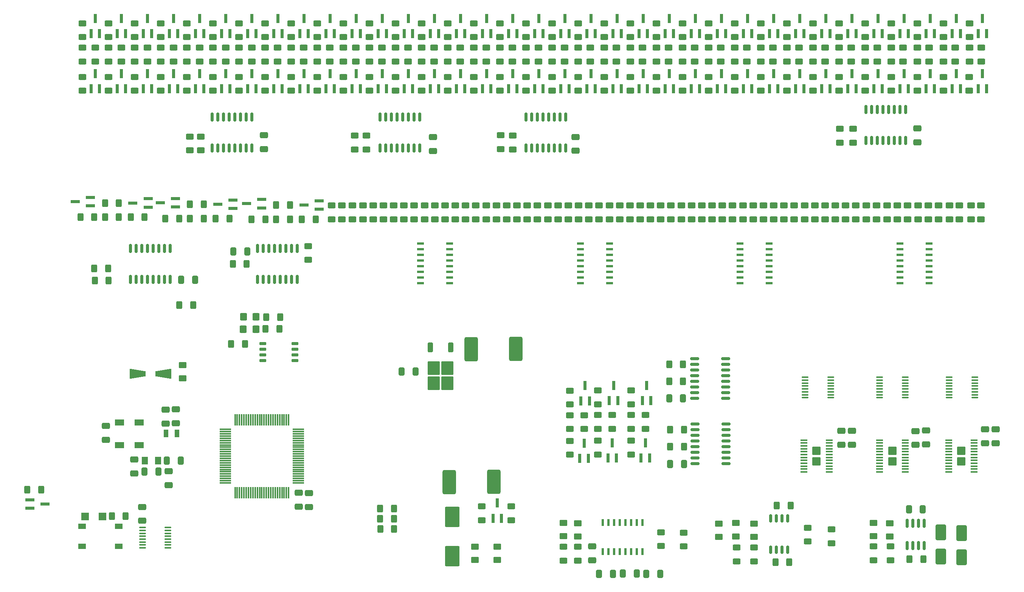
<source format=gbr>
%TF.GenerationSoftware,KiCad,Pcbnew,(7.0.0)*%
%TF.CreationDate,2024-10-14T13:46:46+03:30*%
%TF.ProjectId,tester,74657374-6572-42e6-9b69-6361645f7063,rev?*%
%TF.SameCoordinates,Original*%
%TF.FileFunction,Paste,Top*%
%TF.FilePolarity,Positive*%
%FSLAX46Y46*%
G04 Gerber Fmt 4.6, Leading zero omitted, Abs format (unit mm)*
G04 Created by KiCad (PCBNEW (7.0.0)) date 2024-10-14 13:46:46*
%MOMM*%
%LPD*%
G01*
G04 APERTURE LIST*
G04 Aperture macros list*
%AMRoundRect*
0 Rectangle with rounded corners*
0 $1 Rounding radius*
0 $2 $3 $4 $5 $6 $7 $8 $9 X,Y pos of 4 corners*
0 Add a 4 corners polygon primitive as box body*
4,1,4,$2,$3,$4,$5,$6,$7,$8,$9,$2,$3,0*
0 Add four circle primitives for the rounded corners*
1,1,$1+$1,$2,$3*
1,1,$1+$1,$4,$5*
1,1,$1+$1,$6,$7*
1,1,$1+$1,$8,$9*
0 Add four rect primitives between the rounded corners*
20,1,$1+$1,$2,$3,$4,$5,0*
20,1,$1+$1,$4,$5,$6,$7,0*
20,1,$1+$1,$6,$7,$8,$9,0*
20,1,$1+$1,$8,$9,$2,$3,0*%
%AMOutline4P*
0 Free polygon, 4 corners , with rotation*
0 The origin of the aperture is its center*
0 number of corners: always 4*
0 $1 to $8 corner X, Y*
0 $9 Rotation angle, in degrees counterclockwise*
0 create outline with 4 corners*
4,1,4,$1,$2,$3,$4,$5,$6,$7,$8,$1,$2,$9*%
G04 Aperture macros list end*
%ADD10RoundRect,0.250000X0.625000X-0.400000X0.625000X0.400000X-0.625000X0.400000X-0.625000X-0.400000X0*%
%ADD11RoundRect,0.250000X0.400000X0.625000X-0.400000X0.625000X-0.400000X-0.625000X0.400000X-0.625000X0*%
%ADD12R,0.700000X2.000000*%
%ADD13RoundRect,0.250000X-0.625000X0.400000X-0.625000X-0.400000X0.625000X-0.400000X0.625000X0.400000X0*%
%ADD14RoundRect,0.250001X0.624999X-0.462499X0.624999X0.462499X-0.624999X0.462499X-0.624999X-0.462499X0*%
%ADD15RoundRect,0.250000X-0.650000X0.412500X-0.650000X-0.412500X0.650000X-0.412500X0.650000X0.412500X0*%
%ADD16RoundRect,0.100000X-0.637500X-0.100000X0.637500X-0.100000X0.637500X0.100000X-0.637500X0.100000X0*%
%ADD17RoundRect,0.250000X0.412500X0.650000X-0.412500X0.650000X-0.412500X-0.650000X0.412500X-0.650000X0*%
%ADD18RoundRect,0.250001X-0.624999X0.462499X-0.624999X-0.462499X0.624999X-0.462499X0.624999X0.462499X0*%
%ADD19RoundRect,0.150000X-0.150000X0.800000X-0.150000X-0.800000X0.150000X-0.800000X0.150000X0.800000X0*%
%ADD20RoundRect,0.150000X0.150000X-0.837500X0.150000X0.837500X-0.150000X0.837500X-0.150000X-0.837500X0*%
%ADD21RoundRect,0.150000X-0.150000X0.825000X-0.150000X-0.825000X0.150000X-0.825000X0.150000X0.825000X0*%
%ADD22RoundRect,0.137500X-0.662500X-0.137500X0.662500X-0.137500X0.662500X0.137500X-0.662500X0.137500X0*%
%ADD23R,2.000000X0.700000*%
%ADD24RoundRect,0.150000X-0.650000X-0.150000X0.650000X-0.150000X0.650000X0.150000X-0.650000X0.150000X0*%
%ADD25RoundRect,0.250000X0.650000X-0.412500X0.650000X0.412500X-0.650000X0.412500X-0.650000X-0.412500X0*%
%ADD26RoundRect,0.250000X0.900000X-1.500000X0.900000X1.500000X-0.900000X1.500000X-0.900000X-1.500000X0*%
%ADD27RoundRect,0.250000X-0.550000X-0.575000X0.550000X-0.575000X0.550000X0.575000X-0.550000X0.575000X0*%
%ADD28RoundRect,0.250000X-0.715000X-0.695000X0.715000X-0.695000X0.715000X0.695000X-0.715000X0.695000X0*%
%ADD29RoundRect,0.100000X-0.687500X-0.100000X0.687500X-0.100000X0.687500X0.100000X-0.687500X0.100000X0*%
%ADD30RoundRect,0.250001X-0.462499X-0.624999X0.462499X-0.624999X0.462499X0.624999X-0.462499X0.624999X0*%
%ADD31RoundRect,0.250000X-0.412500X-0.650000X0.412500X-0.650000X0.412500X0.650000X-0.412500X0.650000X0*%
%ADD32R,1.000000X1.800000*%
%ADD33RoundRect,0.150000X0.837500X0.150000X-0.837500X0.150000X-0.837500X-0.150000X0.837500X-0.150000X0*%
%ADD34RoundRect,0.250000X1.400000X2.000000X-1.400000X2.000000X-1.400000X-2.000000X1.400000X-2.000000X0*%
%ADD35RoundRect,0.150000X-0.150000X0.837500X-0.150000X-0.837500X0.150000X-0.837500X0.150000X0.837500X0*%
%ADD36RoundRect,0.250000X-0.900000X1.500000X-0.900000X-1.500000X0.900000X-1.500000X0.900000X1.500000X0*%
%ADD37RoundRect,0.357000X1.143000X2.368000X-1.143000X2.368000X-1.143000X-2.368000X1.143000X-2.368000X0*%
%ADD38RoundRect,0.357000X-1.143000X-2.368000X1.143000X-2.368000X1.143000X2.368000X-1.143000X2.368000X0*%
%ADD39RoundRect,0.250000X-0.400000X-0.625000X0.400000X-0.625000X0.400000X0.625000X-0.400000X0.625000X0*%
%ADD40RoundRect,0.137500X0.137500X-0.662500X0.137500X0.662500X-0.137500X0.662500X-0.137500X-0.662500X0*%
%ADD41Outline4P,-1.800000X-1.150000X1.800000X-0.550000X1.800000X0.550000X-1.800000X1.150000X0.000000*%
%ADD42Outline4P,-1.800000X-1.150000X1.800000X-0.550000X1.800000X0.550000X-1.800000X1.150000X180.000000*%
%ADD43R,1.700000X1.700000*%
%ADD44RoundRect,0.075000X-1.225000X-0.075000X1.225000X-0.075000X1.225000X0.075000X-1.225000X0.075000X0*%
%ADD45RoundRect,0.075000X-0.075000X-1.225000X0.075000X-1.225000X0.075000X1.225000X-0.075000X1.225000X0*%
%ADD46R,2.000000X1.400000*%
%ADD47R,1.800000X1.300000*%
%ADD48RoundRect,0.250000X-0.350000X0.850000X-0.350000X-0.850000X0.350000X-0.850000X0.350000X0.850000X0*%
%ADD49RoundRect,0.250000X-1.125000X1.275000X-1.125000X-1.275000X1.125000X-1.275000X1.125000X1.275000X0*%
G04 APERTURE END LIST*
D10*
%TO.C,R319*%
X52730244Y-44010000D03*
X52730244Y-40910000D03*
%TD*%
%TO.C,R105*%
X236504160Y-37485000D03*
X236504160Y-34385000D03*
%TD*%
%TO.C,R382*%
X107221500Y-72837064D03*
X107221500Y-69737064D03*
%TD*%
D11*
%TO.C,R10*%
X72015000Y-82885000D03*
X68915000Y-82885000D03*
%TD*%
D12*
%TO.C,Q78*%
X43017201Y-31184999D03*
X44917201Y-31184999D03*
X43967201Y-27784999D03*
%TD*%
D13*
%TO.C,R389*%
X91021500Y-69737064D03*
X91021500Y-72837064D03*
%TD*%
D10*
%TO.C,R145*%
X198780944Y-37485000D03*
X198780944Y-34385000D03*
%TD*%
D14*
%TO.C,R80*%
X128140000Y-149247500D03*
X128140000Y-146272500D03*
%TD*%
D10*
%TO.C,R344*%
X194621500Y-72837064D03*
X194621500Y-69737064D03*
%TD*%
%TO.C,R140*%
X207330229Y-37485000D03*
X207330229Y-34385000D03*
%TD*%
%TO.C,R378*%
X116421500Y-72837064D03*
X116421500Y-69737064D03*
%TD*%
D15*
%TO.C,C72*%
X221765000Y-120322500D03*
X221765000Y-123447500D03*
%TD*%
D10*
%TO.C,R356*%
X167021500Y-72837064D03*
X167021500Y-69737064D03*
%TD*%
D13*
%TO.C,R355*%
X169321500Y-69737064D03*
X169321500Y-72837064D03*
%TD*%
D10*
%TO.C,R313*%
X58572272Y-37485000D03*
X58572272Y-34385000D03*
%TD*%
D16*
%TO.C,U1*%
X48677500Y-141985000D03*
X48677500Y-142635000D03*
X48677500Y-143285000D03*
X48677500Y-143935000D03*
X48677500Y-144585000D03*
X48677500Y-145235000D03*
X48677500Y-145885000D03*
X48677500Y-146535000D03*
X54402500Y-146535000D03*
X54402500Y-145885000D03*
X54402500Y-145235000D03*
X54402500Y-144585000D03*
X54402500Y-143935000D03*
X54402500Y-143285000D03*
X54402500Y-142635000D03*
X54402500Y-141985000D03*
%TD*%
D13*
%TO.C,R361*%
X155521500Y-69737064D03*
X155521500Y-72837064D03*
%TD*%
D10*
%TO.C,R139*%
X204622972Y-31985000D03*
X204622972Y-28885000D03*
%TD*%
D11*
%TO.C,R399*%
X56890000Y-72659999D03*
X53790000Y-72659999D03*
%TD*%
D17*
%TO.C,C69*%
X169927500Y-127735000D03*
X166802500Y-127735000D03*
%TD*%
D18*
%TO.C,D28*%
X185565000Y-141070000D03*
X185565000Y-144045000D03*
%TD*%
D12*
%TO.C,Q17*%
X200751957Y-43584999D03*
X202651957Y-43584999D03*
X201701957Y-40184999D03*
%TD*%
D10*
%TO.C,R305*%
X64414300Y-44010000D03*
X64414300Y-40910000D03*
%TD*%
D11*
%TO.C,R404*%
X49140000Y-72384999D03*
X46040000Y-72384999D03*
%TD*%
%TO.C,R407*%
X43390000Y-69185000D03*
X40290000Y-69185000D03*
%TD*%
D12*
%TO.C,Q25*%
X177383845Y-43584999D03*
X179283845Y-43584999D03*
X178333845Y-40184999D03*
%TD*%
%TO.C,Q67*%
X54701257Y-43584999D03*
X56601257Y-43584999D03*
X55651257Y-40184999D03*
%TD*%
D19*
%TO.C,U22*%
X193175000Y-139960000D03*
X191905000Y-139960000D03*
X190635000Y-139960000D03*
X189365000Y-139960000D03*
X189365000Y-146960000D03*
X190635000Y-146960000D03*
X191905000Y-146960000D03*
X193175000Y-146960000D03*
%TD*%
D11*
%TO.C,R12*%
X40990000Y-83885000D03*
X37890000Y-83885000D03*
%TD*%
D10*
%TO.C,R207*%
X146202692Y-44010000D03*
X146202692Y-40910000D03*
%TD*%
D13*
%TO.C,R8*%
X98840000Y-54110000D03*
X98840000Y-57210000D03*
%TD*%
D20*
%TO.C,U6*%
X74470000Y-86347500D03*
X75740000Y-86347500D03*
X77010000Y-86347500D03*
X78280000Y-86347500D03*
X79550000Y-86347500D03*
X80820000Y-86347500D03*
X82090000Y-86347500D03*
X83360000Y-86347500D03*
X83360000Y-79422500D03*
X82090000Y-79422500D03*
X80820000Y-79422500D03*
X79550000Y-79422500D03*
X78280000Y-79422500D03*
X77010000Y-79422500D03*
X75740000Y-79422500D03*
X74470000Y-79422500D03*
%TD*%
D10*
%TO.C,R421*%
X43956333Y-37485000D03*
X43956333Y-34385000D03*
%TD*%
%TO.C,R200*%
X152044720Y-44010000D03*
X152044720Y-40910000D03*
%TD*%
%TO.C,R306*%
X64414300Y-37485000D03*
X64414300Y-34385000D03*
%TD*%
%TO.C,R123*%
X216307028Y-44010000D03*
X216307028Y-40910000D03*
%TD*%
D11*
%TO.C,R392*%
X76215000Y-72834999D03*
X73115000Y-72834999D03*
%TD*%
D10*
%TO.C,R130*%
X210465000Y-44010000D03*
X210465000Y-40910000D03*
%TD*%
%TO.C,R166*%
X181254860Y-37485000D03*
X181254860Y-34385000D03*
%TD*%
D12*
%TO.C,Q79*%
X37175173Y-43584999D03*
X39075173Y-43584999D03*
X38125173Y-40184999D03*
%TD*%
D13*
%TO.C,R383*%
X104921500Y-69737064D03*
X104921500Y-72837064D03*
%TD*%
D10*
%TO.C,R273*%
X96469371Y-37485000D03*
X96469371Y-34385000D03*
%TD*%
%TO.C,R167*%
X181254860Y-31985000D03*
X181254860Y-28885000D03*
%TD*%
%TO.C,R388*%
X93321500Y-72837064D03*
X93321500Y-69737064D03*
%TD*%
%TO.C,R242*%
X116992552Y-44010000D03*
X116992552Y-40910000D03*
%TD*%
%TO.C,R196*%
X160651973Y-37485000D03*
X160651973Y-34385000D03*
%TD*%
D11*
%TO.C,R390*%
X87465000Y-72834999D03*
X84365000Y-72834999D03*
%TD*%
D10*
%TO.C,R243*%
X116992552Y-37485000D03*
X116992552Y-34385000D03*
%TD*%
%TO.C,R300*%
X70256328Y-31985000D03*
X70256328Y-28885000D03*
%TD*%
D21*
%TO.C,U36*%
X223675000Y-141035000D03*
X222405000Y-141035000D03*
X221135000Y-141035000D03*
X219865000Y-141035000D03*
X219865000Y-145985000D03*
X221135000Y-145985000D03*
X222405000Y-145985000D03*
X223675000Y-145985000D03*
%TD*%
D10*
%TO.C,R214*%
X140360664Y-44010000D03*
X140360664Y-40910000D03*
%TD*%
D13*
%TO.C,R373*%
X127921500Y-69737064D03*
X127921500Y-72837064D03*
%TD*%
D22*
%TO.C,U32*%
X182512000Y-78315000D03*
X182512000Y-79585000D03*
X182512000Y-80855000D03*
X182512000Y-82125000D03*
X182512000Y-83395000D03*
X182512000Y-84665000D03*
X182512000Y-85935000D03*
X182512000Y-87205000D03*
X189012000Y-87205000D03*
X189012000Y-85935000D03*
X189012000Y-84665000D03*
X189012000Y-83395000D03*
X189012000Y-82125000D03*
X189012000Y-80855000D03*
X189012000Y-79585000D03*
X189012000Y-78315000D03*
%TD*%
D10*
%TO.C,R236*%
X122834580Y-37485000D03*
X122834580Y-34385000D03*
%TD*%
%TO.C,R384*%
X102621500Y-72837064D03*
X102621500Y-69737064D03*
%TD*%
D23*
%TO.C,Q69*%
X88264998Y-70584998D03*
X88264998Y-68684998D03*
X84864998Y-69634998D03*
%TD*%
D12*
%TO.C,Q18*%
X200751957Y-31184999D03*
X202651957Y-31184999D03*
X201701957Y-27784999D03*
%TD*%
%TO.C,Q65*%
X60543285Y-43584999D03*
X62443285Y-43584999D03*
X61493285Y-40184999D03*
%TD*%
%TO.C,Q85*%
X146614999Y-126434998D03*
X148514999Y-126434998D03*
X147564999Y-123034998D03*
%TD*%
D10*
%TO.C,R250*%
X111150524Y-37485000D03*
X111150524Y-34385000D03*
%TD*%
D12*
%TO.C,Q30*%
X165699789Y-31184999D03*
X167599789Y-31184999D03*
X166649789Y-27784999D03*
%TD*%
D24*
%TO.C,U10*%
X75615000Y-100680000D03*
X75615000Y-101950000D03*
X75615000Y-103220000D03*
X75615000Y-104490000D03*
X82815000Y-104490000D03*
X82815000Y-103220000D03*
X82815000Y-101950000D03*
X82815000Y-100680000D03*
%TD*%
D10*
%TO.C,R158*%
X187096888Y-44010000D03*
X187096888Y-40910000D03*
%TD*%
D12*
%TO.C,Q48*%
X113121537Y-31184999D03*
X115021537Y-31184999D03*
X114071537Y-27784999D03*
%TD*%
%TO.C,Q45*%
X118963565Y-43584999D03*
X120863565Y-43584999D03*
X119913565Y-40184999D03*
%TD*%
D10*
%TO.C,R376*%
X121021500Y-72837064D03*
X121021500Y-69737064D03*
%TD*%
D13*
%TO.C,R337*%
X210721500Y-69737064D03*
X210721500Y-72837064D03*
%TD*%
D10*
%TO.C,R229*%
X128676608Y-37485000D03*
X128676608Y-34385000D03*
%TD*%
D13*
%TO.C,R345*%
X192321500Y-69737064D03*
X192321500Y-72837064D03*
%TD*%
D10*
%TO.C,R366*%
X144021500Y-72837064D03*
X144021500Y-69737064D03*
%TD*%
D11*
%TO.C,R405*%
X43390000Y-72384999D03*
X40290000Y-72384999D03*
%TD*%
D15*
%TO.C,C3*%
X222165000Y-52497500D03*
X222165000Y-55622500D03*
%TD*%
D10*
%TO.C,R147*%
X201495447Y-37485000D03*
X201495447Y-34385000D03*
%TD*%
D12*
%TO.C,Q55*%
X89753425Y-43584999D03*
X91653425Y-43584999D03*
X90703425Y-40184999D03*
%TD*%
D10*
%TO.C,R175*%
X178156319Y-37485000D03*
X178156319Y-34385000D03*
%TD*%
%TO.C,R286*%
X81940384Y-31985000D03*
X81940384Y-28885000D03*
%TD*%
D13*
%TO.C,R369*%
X137121500Y-69737064D03*
X137121500Y-72837064D03*
%TD*%
D10*
%TO.C,R414*%
X49791115Y-37485000D03*
X49791115Y-34385000D03*
%TD*%
%TO.C,R340*%
X203821500Y-72837064D03*
X203821500Y-69737064D03*
%TD*%
%TO.C,R160*%
X187096888Y-31985000D03*
X187096888Y-28885000D03*
%TD*%
%TO.C,R112*%
X230669357Y-37485000D03*
X230669357Y-34385000D03*
%TD*%
D25*
%TO.C,C13*%
X83665000Y-137322500D03*
X83665000Y-134197500D03*
%TD*%
D26*
%TO.C,D29*%
X227465000Y-148457500D03*
X227465000Y-143057500D03*
%TD*%
D10*
%TO.C,R370*%
X134821500Y-72837064D03*
X134821500Y-69737064D03*
%TD*%
D13*
%TO.C,R375*%
X123321500Y-69737064D03*
X123321500Y-72837064D03*
%TD*%
D10*
%TO.C,R245*%
X119808499Y-37485000D03*
X119808499Y-34385000D03*
%TD*%
D13*
%TO.C,R381*%
X109521500Y-69737064D03*
X109521500Y-72837064D03*
%TD*%
D18*
%TO.C,D26*%
X181565000Y-140970000D03*
X181565000Y-143945000D03*
%TD*%
D10*
%TO.C,R161*%
X189825883Y-37485000D03*
X189825883Y-34385000D03*
%TD*%
D14*
%TO.C,R81*%
X123140000Y-149247500D03*
X123140000Y-146272500D03*
%TD*%
D17*
%TO.C,C126*%
X109827500Y-106985000D03*
X106702500Y-106985000D03*
%TD*%
D10*
%TO.C,R173*%
X175412832Y-37485000D03*
X175412832Y-34385000D03*
%TD*%
D12*
%TO.C,Q49*%
X107279509Y-43584999D03*
X109179509Y-43584999D03*
X108229509Y-40184999D03*
%TD*%
D23*
%TO.C,Q1*%
X23439999Y-135759999D03*
X23439999Y-137659999D03*
X26839999Y-136709999D03*
%TD*%
D10*
%TO.C,R1*%
X204790000Y-55685000D03*
X204790000Y-52585000D03*
%TD*%
D15*
%TO.C,C11*%
X54515000Y-129347500D03*
X54515000Y-132472500D03*
%TD*%
D12*
%TO.C,Q24*%
X183225873Y-31184999D03*
X185125873Y-31184999D03*
X184175873Y-27784999D03*
%TD*%
D10*
%TO.C,R258*%
X105308496Y-31985000D03*
X105308496Y-28885000D03*
%TD*%
D12*
%TO.C,Q80*%
X37175173Y-31184999D03*
X39075173Y-31184999D03*
X38125173Y-27784999D03*
%TD*%
D10*
%TO.C,R2*%
X128915000Y-57110000D03*
X128915000Y-54010000D03*
%TD*%
D27*
%TO.C,D2*%
X71265000Y-94695000D03*
X74115000Y-94695000D03*
%TD*%
D22*
%TO.C,U34*%
X110940000Y-78315000D03*
X110940000Y-79585000D03*
X110940000Y-80855000D03*
X110940000Y-82125000D03*
X110940000Y-83395000D03*
X110940000Y-84665000D03*
X110940000Y-85935000D03*
X110940000Y-87205000D03*
X117440000Y-87205000D03*
X117440000Y-85935000D03*
X117440000Y-84665000D03*
X117440000Y-83395000D03*
X117440000Y-82125000D03*
X117440000Y-80855000D03*
X117440000Y-79585000D03*
X117440000Y-78315000D03*
%TD*%
D27*
%TO.C,D3*%
X71240000Y-97535000D03*
X74090000Y-97535000D03*
%TD*%
D11*
%TO.C,R397*%
X68140000Y-72659999D03*
X65040000Y-72659999D03*
%TD*%
D10*
%TO.C,R146*%
X198780944Y-31985000D03*
X198780944Y-28885000D03*
%TD*%
D13*
%TO.C,R363*%
X150921500Y-69737064D03*
X150921500Y-72837064D03*
%TD*%
D23*
%TO.C,Q71*%
X68939998Y-70409998D03*
X68939998Y-68509998D03*
X65539998Y-69459998D03*
%TD*%
D12*
%TO.C,Q8*%
X229962097Y-31184999D03*
X231862097Y-31184999D03*
X230912097Y-27784999D03*
%TD*%
D28*
%TO.C,U24*%
X232040000Y-124765000D03*
X232040000Y-127105000D03*
D29*
X229177500Y-122360000D03*
X229177500Y-123010000D03*
X229177500Y-123660000D03*
X229177500Y-124310000D03*
X229177500Y-124960000D03*
X229177500Y-125610000D03*
X229177500Y-126260000D03*
X229177500Y-126910000D03*
X229177500Y-127560000D03*
X229177500Y-128210000D03*
X229177500Y-128860000D03*
X229177500Y-129510000D03*
X234902500Y-129510000D03*
X234902500Y-128860000D03*
X234902500Y-128210000D03*
X234902500Y-127560000D03*
X234902500Y-126910000D03*
X234902500Y-126260000D03*
X234902500Y-125610000D03*
X234902500Y-124960000D03*
X234902500Y-124310000D03*
X234902500Y-123660000D03*
X234902500Y-123010000D03*
X234902500Y-122360000D03*
%TD*%
D30*
%TO.C,FB1*%
X49215000Y-126935000D03*
X52190000Y-126935000D03*
%TD*%
D31*
%TO.C,C7*%
X57302500Y-86385000D03*
X60427500Y-86385000D03*
%TD*%
D10*
%TO.C,R257*%
X105308496Y-37485000D03*
X105308496Y-34385000D03*
%TD*%
%TO.C,R251*%
X111150524Y-31985000D03*
X111150524Y-28885000D03*
%TD*%
D12*
%TO.C,Q35*%
X148173705Y-43584999D03*
X150073705Y-43584999D03*
X149123705Y-40184999D03*
%TD*%
%TO.C,Q53*%
X95595453Y-43584999D03*
X97495453Y-43584999D03*
X96545453Y-40184999D03*
%TD*%
%TO.C,Q84*%
X153214998Y-113484999D03*
X155114998Y-113484999D03*
X154164998Y-110084999D03*
%TD*%
D10*
%TO.C,R201*%
X152044720Y-37485000D03*
X152044720Y-34385000D03*
%TD*%
%TO.C,R360*%
X157821500Y-72837064D03*
X157821500Y-69737064D03*
%TD*%
D12*
%TO.C,Q12*%
X218278041Y-31184999D03*
X220178041Y-31184999D03*
X219228041Y-27784999D03*
%TD*%
D10*
%TO.C,R179*%
X169570804Y-44010000D03*
X169570804Y-40910000D03*
%TD*%
%TO.C,R217*%
X143147627Y-37485000D03*
X143147627Y-34385000D03*
%TD*%
%TO.C,R3*%
X96240000Y-57185000D03*
X96240000Y-54085000D03*
%TD*%
D25*
%TO.C,C4*%
X145615000Y-57497500D03*
X145615000Y-54372500D03*
%TD*%
D32*
%TO.C,U11*%
X56414999Y-120834999D03*
X53914999Y-120834999D03*
%TD*%
D10*
%TO.C,R153*%
X192938916Y-31985000D03*
X192938916Y-28885000D03*
%TD*%
D13*
%TO.C,R353*%
X173921500Y-69737064D03*
X173921500Y-72837064D03*
%TD*%
D10*
%TO.C,R449*%
X147564999Y-119885000D03*
X147564999Y-116785000D03*
%TD*%
%TO.C,R71*%
X185590000Y-149535000D03*
X185590000Y-146435000D03*
%TD*%
D25*
%TO.C,C17*%
X56190000Y-118610000D03*
X56190000Y-115485000D03*
%TD*%
D10*
%TO.C,R203*%
X154817191Y-37485000D03*
X154817191Y-34385000D03*
%TD*%
%TO.C,R419*%
X41046188Y-37485000D03*
X41046188Y-34385000D03*
%TD*%
%TO.C,R308*%
X67295461Y-37485000D03*
X67295461Y-34385000D03*
%TD*%
%TO.C,R332*%
X222321500Y-72837064D03*
X222321500Y-69737064D03*
%TD*%
%TO.C,R307*%
X64414300Y-31985000D03*
X64414300Y-28885000D03*
%TD*%
%TO.C,R427*%
X35204160Y-31985000D03*
X35204160Y-28885000D03*
%TD*%
D11*
%TO.C,R398*%
X62390000Y-72659999D03*
X59290000Y-72659999D03*
%TD*%
D12*
%TO.C,Q44*%
X124805593Y-31184999D03*
X126705593Y-31184999D03*
X125755593Y-27784999D03*
%TD*%
D10*
%TO.C,R4*%
X59265000Y-57385000D03*
X59265000Y-54285000D03*
%TD*%
D13*
%TO.C,R365*%
X146321500Y-69737064D03*
X146321500Y-72837064D03*
%TD*%
D10*
%TO.C,R237*%
X122834580Y-31985000D03*
X122834580Y-28885000D03*
%TD*%
D33*
%TO.C,U26*%
X179327500Y-127680000D03*
X179327500Y-126410000D03*
X179327500Y-125140000D03*
X179327500Y-123870000D03*
X179327500Y-122600000D03*
X179327500Y-121330000D03*
X179327500Y-120060000D03*
X179327500Y-118790000D03*
X172402500Y-118790000D03*
X172402500Y-120060000D03*
X172402500Y-121330000D03*
X172402500Y-122600000D03*
X172402500Y-123870000D03*
X172402500Y-125140000D03*
X172402500Y-126410000D03*
X172402500Y-127680000D03*
%TD*%
D15*
%TO.C,C73*%
X237340000Y-119947500D03*
X237340000Y-123072500D03*
%TD*%
D12*
%TO.C,Q57*%
X83911397Y-43584999D03*
X85811397Y-43584999D03*
X84861397Y-40184999D03*
%TD*%
D10*
%TO.C,R208*%
X146202692Y-37485000D03*
X146202692Y-34385000D03*
%TD*%
%TO.C,R426*%
X35204160Y-37485000D03*
X35204160Y-34385000D03*
%TD*%
%TO.C,R428*%
X38121551Y-37485000D03*
X38121551Y-34385000D03*
%TD*%
%TO.C,R180*%
X169570804Y-37485000D03*
X169570804Y-34385000D03*
%TD*%
D25*
%TO.C,C10*%
X46815000Y-129822500D03*
X46815000Y-126697500D03*
%TD*%
D10*
%TO.C,R249*%
X111150524Y-44010000D03*
X111150524Y-40910000D03*
%TD*%
D13*
%TO.C,R79*%
X131265000Y-137235000D03*
X131265000Y-140335000D03*
%TD*%
%TO.C,R327*%
X234165000Y-69727936D03*
X234165000Y-72827936D03*
%TD*%
D10*
%TO.C,R124*%
X216307028Y-37485000D03*
X216307028Y-34385000D03*
%TD*%
D31*
%TO.C,C64*%
X156202500Y-152270000D03*
X159327500Y-152270000D03*
%TD*%
D10*
%TO.C,R321*%
X52730244Y-31985000D03*
X52730244Y-28885000D03*
%TD*%
%TO.C,R126*%
X218999793Y-37485000D03*
X218999793Y-34385000D03*
%TD*%
%TO.C,R252*%
X113973717Y-37485000D03*
X113973717Y-34385000D03*
%TD*%
D34*
%TO.C,D35*%
X118065000Y-148385000D03*
X118065000Y-139585000D03*
%TD*%
D10*
%TO.C,R322*%
X55625897Y-37485000D03*
X55625897Y-34385000D03*
%TD*%
D35*
%TO.C,U7*%
X54910000Y-79422500D03*
X53640000Y-79422500D03*
X52370000Y-79422500D03*
X51100000Y-79422500D03*
X49830000Y-79422500D03*
X48560000Y-79422500D03*
X47290000Y-79422500D03*
X46020000Y-79422500D03*
X46020000Y-86347500D03*
X47290000Y-86347500D03*
X48560000Y-86347500D03*
X49830000Y-86347500D03*
X51100000Y-86347500D03*
X52370000Y-86347500D03*
X53640000Y-86347500D03*
X54910000Y-86347500D03*
%TD*%
D25*
%TO.C,C18*%
X53865000Y-118635000D03*
X53865000Y-115510000D03*
%TD*%
D10*
%TO.C,R259*%
X108138935Y-37485000D03*
X108138935Y-34385000D03*
%TD*%
D22*
%TO.C,U31*%
X218298000Y-78315000D03*
X218298000Y-79585000D03*
X218298000Y-80855000D03*
X218298000Y-82125000D03*
X218298000Y-83395000D03*
X218298000Y-84665000D03*
X218298000Y-85935000D03*
X218298000Y-87205000D03*
X224798000Y-87205000D03*
X224798000Y-85935000D03*
X224798000Y-84665000D03*
X224798000Y-83395000D03*
X224798000Y-82125000D03*
X224798000Y-80855000D03*
X224798000Y-79585000D03*
X224798000Y-78315000D03*
%TD*%
D10*
%TO.C,R5*%
X85790000Y-81960000D03*
X85790000Y-78860000D03*
%TD*%
D12*
%TO.C,Q36*%
X148173705Y-31184999D03*
X150073705Y-31184999D03*
X149123705Y-27784999D03*
%TD*%
D10*
%TO.C,R228*%
X128676608Y-44010000D03*
X128676608Y-40910000D03*
%TD*%
D12*
%TO.C,Q31*%
X159857761Y-43584999D03*
X161757761Y-43584999D03*
X160807761Y-40184999D03*
%TD*%
D10*
%TO.C,R348*%
X185421500Y-72837064D03*
X185421500Y-69737064D03*
%TD*%
%TO.C,R202*%
X152044720Y-31985000D03*
X152044720Y-28885000D03*
%TD*%
%TO.C,R372*%
X130221500Y-72837064D03*
X130221500Y-69737064D03*
%TD*%
D11*
%TO.C,R88*%
X169915000Y-120035000D03*
X166815000Y-120035000D03*
%TD*%
D10*
%TO.C,R293*%
X76098356Y-31985000D03*
X76098356Y-28885000D03*
%TD*%
D12*
%TO.C,Q23*%
X183225873Y-43584999D03*
X185125873Y-43584999D03*
X184175873Y-40184999D03*
%TD*%
D35*
%TO.C,U4*%
X110735000Y-49897500D03*
X109465000Y-49897500D03*
X108195000Y-49897500D03*
X106925000Y-49897500D03*
X105655000Y-49897500D03*
X104385000Y-49897500D03*
X103115000Y-49897500D03*
X101845000Y-49897500D03*
X101845000Y-56822500D03*
X103115000Y-56822500D03*
X104385000Y-56822500D03*
X105655000Y-56822500D03*
X106925000Y-56822500D03*
X108195000Y-56822500D03*
X109465000Y-56822500D03*
X110735000Y-56822500D03*
%TD*%
D13*
%TO.C,R359*%
X160121500Y-69737064D03*
X160121500Y-72837064D03*
%TD*%
D10*
%TO.C,R154*%
X195660665Y-37485000D03*
X195660665Y-34385000D03*
%TD*%
%TO.C,R346*%
X190021500Y-72837064D03*
X190021500Y-69737064D03*
%TD*%
D13*
%TO.C,R77*%
X169865000Y-143120000D03*
X169865000Y-146220000D03*
%TD*%
D10*
%TO.C,R298*%
X70256328Y-44010000D03*
X70256328Y-40910000D03*
%TD*%
D13*
%TO.C,R78*%
X124665000Y-137235000D03*
X124665000Y-140335000D03*
%TD*%
D10*
%TO.C,R368*%
X139421500Y-72837064D03*
X139421500Y-69737064D03*
%TD*%
%TO.C,R420*%
X41046188Y-31985000D03*
X41046188Y-28885000D03*
%TD*%
D36*
%TO.C,D30*%
X232115000Y-143210000D03*
X232115000Y-148610000D03*
%TD*%
D10*
%TO.C,R330*%
X226921500Y-72837064D03*
X226921500Y-69737064D03*
%TD*%
%TO.C,R342*%
X199221500Y-72837064D03*
X199221500Y-69737064D03*
%TD*%
%TO.C,R116*%
X222149056Y-44010000D03*
X222149056Y-40910000D03*
%TD*%
D13*
%TO.C,R367*%
X141721500Y-69737064D03*
X141721500Y-72837064D03*
%TD*%
D15*
%TO.C,C80*%
X207540000Y-120272500D03*
X207540000Y-123397500D03*
%TD*%
%TO.C,C78*%
X224115000Y-120222500D03*
X224115000Y-123347500D03*
%TD*%
D10*
%TO.C,R174*%
X175412832Y-31985000D03*
X175412832Y-28885000D03*
%TD*%
D13*
%TO.C,R379*%
X114121500Y-69737064D03*
X114121500Y-72837064D03*
%TD*%
D12*
%TO.C,Q22*%
X189067901Y-31184999D03*
X190967901Y-31184999D03*
X190017901Y-27784999D03*
%TD*%
D10*
%TO.C,R272*%
X93624440Y-31985000D03*
X93624440Y-28885000D03*
%TD*%
D12*
%TO.C,Q76*%
X48859229Y-31184999D03*
X50759229Y-31184999D03*
X49809229Y-27784999D03*
%TD*%
D37*
%TO.C,J19*%
X127352500Y-131725000D03*
X117377500Y-131775000D03*
%TD*%
D12*
%TO.C,Q34*%
X154015733Y-31184999D03*
X155915733Y-31184999D03*
X154965733Y-27784999D03*
%TD*%
%TO.C,Q20*%
X194909929Y-31184999D03*
X196809929Y-31184999D03*
X195859929Y-27784999D03*
%TD*%
D10*
%TO.C,R328*%
X231615000Y-72830000D03*
X231615000Y-69730000D03*
%TD*%
D31*
%TO.C,C12*%
X54102500Y-126960000D03*
X57227500Y-126960000D03*
%TD*%
D10*
%TO.C,R188*%
X163728776Y-31985000D03*
X163728776Y-28885000D03*
%TD*%
D12*
%TO.C,Q10*%
X224120069Y-31184999D03*
X226020069Y-31184999D03*
X225070069Y-27784999D03*
%TD*%
D17*
%TO.C,C62*%
X223402500Y-137910000D03*
X220277500Y-137910000D03*
%TD*%
D25*
%TO.C,C5*%
X113715000Y-57522500D03*
X113715000Y-54397500D03*
%TD*%
D38*
%TO.C,J25*%
X122295000Y-101960000D03*
X132270000Y-101910000D03*
%TD*%
D10*
%TO.C,R326*%
X236421500Y-72837064D03*
X236421500Y-69737064D03*
%TD*%
%TO.C,R425*%
X35204160Y-44010000D03*
X35204160Y-40910000D03*
%TD*%
%TO.C,R280*%
X90634589Y-37485000D03*
X90634589Y-34385000D03*
%TD*%
D31*
%TO.C,C60*%
X150927500Y-152335000D03*
X154052500Y-152335000D03*
%TD*%
D12*
%TO.C,Q7*%
X229962097Y-43584999D03*
X231862097Y-43584999D03*
X230912097Y-40184999D03*
%TD*%
D25*
%TO.C,C6*%
X75840000Y-57147500D03*
X75840000Y-54022500D03*
%TD*%
D10*
%TO.C,R117*%
X222149056Y-37485000D03*
X222149056Y-34385000D03*
%TD*%
%TO.C,R354*%
X171621500Y-72837064D03*
X171621500Y-69737064D03*
%TD*%
D12*
%TO.C,Q51*%
X101437481Y-43584999D03*
X103337481Y-43584999D03*
X102387481Y-40184999D03*
%TD*%
D13*
%TO.C,R377*%
X118721500Y-69737064D03*
X118721500Y-72837064D03*
%TD*%
%TO.C,R6*%
X207765000Y-52560000D03*
X207765000Y-55660000D03*
%TD*%
D10*
%TO.C,R291*%
X76098356Y-44010000D03*
X76098356Y-40910000D03*
%TD*%
D18*
%TO.C,D24*%
X212365000Y-140932500D03*
X212365000Y-143907500D03*
%TD*%
D15*
%TO.C,C66*%
X149340000Y-146172500D03*
X149340000Y-149297500D03*
%TD*%
D10*
%TO.C,R446*%
X144365000Y-125635000D03*
X144365000Y-122535000D03*
%TD*%
D12*
%TO.C,Q37*%
X142331677Y-43584999D03*
X144231677Y-43584999D03*
X143281677Y-40184999D03*
%TD*%
D23*
%TO.C,Q74*%
X37039999Y-69834999D03*
X37039999Y-67934999D03*
X33639999Y-68884999D03*
%TD*%
D12*
%TO.C,Q28*%
X171541817Y-31184999D03*
X173441817Y-31184999D03*
X172491817Y-27784999D03*
%TD*%
D11*
%TO.C,R70*%
X193495000Y-149757500D03*
X190395000Y-149757500D03*
%TD*%
D13*
%TO.C,R341*%
X201521500Y-69737064D03*
X201521500Y-72837064D03*
%TD*%
D35*
%TO.C,U3*%
X143435000Y-49897500D03*
X142165000Y-49897500D03*
X140895000Y-49897500D03*
X139625000Y-49897500D03*
X138355000Y-49897500D03*
X137085000Y-49897500D03*
X135815000Y-49897500D03*
X134545000Y-49897500D03*
X134545000Y-56822500D03*
X135815000Y-56822500D03*
X137085000Y-56822500D03*
X138355000Y-56822500D03*
X139625000Y-56822500D03*
X140895000Y-56822500D03*
X142165000Y-56822500D03*
X143435000Y-56822500D03*
%TD*%
D12*
%TO.C,Q68*%
X54701257Y-31184999D03*
X56601257Y-31184999D03*
X55651257Y-27784999D03*
%TD*%
%TO.C,Q42*%
X130647621Y-31184999D03*
X132547621Y-31184999D03*
X131597621Y-27784999D03*
%TD*%
D10*
%TO.C,R138*%
X204622972Y-37485000D03*
X204622972Y-34385000D03*
%TD*%
D11*
%TO.C,R400*%
X62390000Y-69460000D03*
X59290000Y-69460000D03*
%TD*%
D12*
%TO.C,Q64*%
X66385313Y-31184999D03*
X68285313Y-31184999D03*
X67335313Y-27784999D03*
%TD*%
%TO.C,Q11*%
X218278041Y-43584999D03*
X220178041Y-43584999D03*
X219228041Y-40184999D03*
%TD*%
%TO.C,Q26*%
X177383845Y-31184999D03*
X179283845Y-31184999D03*
X178333845Y-27784999D03*
%TD*%
D10*
%TO.C,R277*%
X87782412Y-44010000D03*
X87782412Y-40910000D03*
%TD*%
%TO.C,R181*%
X169570804Y-31985000D03*
X169570804Y-28885000D03*
%TD*%
D22*
%TO.C,U33*%
X146726000Y-78315000D03*
X146726000Y-79585000D03*
X146726000Y-80855000D03*
X146726000Y-82125000D03*
X146726000Y-83395000D03*
X146726000Y-84665000D03*
X146726000Y-85935000D03*
X146726000Y-87205000D03*
X153226000Y-87205000D03*
X153226000Y-85935000D03*
X153226000Y-84665000D03*
X153226000Y-83395000D03*
X153226000Y-82125000D03*
X153226000Y-80855000D03*
X153226000Y-79585000D03*
X153226000Y-78315000D03*
%TD*%
D13*
%TO.C,R61*%
X142905000Y-146275000D03*
X142905000Y-149375000D03*
%TD*%
D10*
%TO.C,R144*%
X198780944Y-44010000D03*
X198780944Y-40910000D03*
%TD*%
%TO.C,R103*%
X233833112Y-37485000D03*
X233833112Y-34385000D03*
%TD*%
D18*
%TO.C,D23*%
X177765000Y-141070000D03*
X177765000Y-144045000D03*
%TD*%
D10*
%TO.C,R264*%
X99466468Y-37485000D03*
X99466468Y-34385000D03*
%TD*%
D12*
%TO.C,Q86*%
X146839999Y-113559999D03*
X148739999Y-113559999D03*
X147789999Y-110159999D03*
%TD*%
D10*
%TO.C,R336*%
X213021500Y-72837064D03*
X213021500Y-69737064D03*
%TD*%
D13*
%TO.C,R351*%
X178521500Y-69737064D03*
X178521500Y-72837064D03*
%TD*%
%TO.C,R385*%
X100321500Y-69737064D03*
X100321500Y-72837064D03*
%TD*%
D12*
%TO.C,Q56*%
X89753425Y-31184999D03*
X91653425Y-31184999D03*
X90703425Y-27784999D03*
%TD*%
D13*
%TO.C,R331*%
X224665000Y-69730000D03*
X224665000Y-72830000D03*
%TD*%
D15*
%TO.C,C74*%
X205190000Y-120247500D03*
X205190000Y-123372500D03*
%TD*%
D12*
%TO.C,Q66*%
X60543285Y-31184999D03*
X62443285Y-31184999D03*
X61493285Y-27784999D03*
%TD*%
D13*
%TO.C,R329*%
X229365000Y-69730000D03*
X229365000Y-72830000D03*
%TD*%
D10*
%TO.C,R312*%
X58572272Y-44010000D03*
X58572272Y-40910000D03*
%TD*%
D12*
%TO.C,Q83*%
X152914999Y-126384998D03*
X154814999Y-126384998D03*
X153864999Y-122984998D03*
%TD*%
D10*
%TO.C,R380*%
X111821500Y-72837064D03*
X111821500Y-69737064D03*
%TD*%
D35*
%TO.C,U2*%
X219585000Y-48247500D03*
X218315000Y-48247500D03*
X217045000Y-48247500D03*
X215775000Y-48247500D03*
X214505000Y-48247500D03*
X213235000Y-48247500D03*
X211965000Y-48247500D03*
X210695000Y-48247500D03*
X210695000Y-55172500D03*
X211965000Y-55172500D03*
X213235000Y-55172500D03*
X214505000Y-55172500D03*
X215775000Y-55172500D03*
X217045000Y-55172500D03*
X218315000Y-55172500D03*
X219585000Y-55172500D03*
%TD*%
D10*
%TO.C,R279*%
X87782412Y-31985000D03*
X87782412Y-28885000D03*
%TD*%
%TO.C,R352*%
X176221500Y-72837064D03*
X176221500Y-69737064D03*
%TD*%
D13*
%TO.C,R371*%
X132521500Y-69737064D03*
X132521500Y-72837064D03*
%TD*%
D10*
%TO.C,R433*%
X158065000Y-119835000D03*
X158065000Y-116735000D03*
%TD*%
D12*
%TO.C,Q15*%
X206593985Y-43584999D03*
X208493985Y-43584999D03*
X207543985Y-40184999D03*
%TD*%
D39*
%TO.C,R458*%
X101940000Y-142310000D03*
X105040000Y-142310000D03*
%TD*%
D10*
%TO.C,R231*%
X131478063Y-37485000D03*
X131478063Y-34385000D03*
%TD*%
D11*
%TO.C,R94*%
X169715000Y-109185000D03*
X166615000Y-109185000D03*
%TD*%
D10*
%TO.C,R189*%
X166486755Y-37485000D03*
X166486755Y-34385000D03*
%TD*%
D17*
%TO.C,C84*%
X169727500Y-112985000D03*
X166602500Y-112985000D03*
%TD*%
D13*
%TO.C,R74*%
X197590000Y-142010000D03*
X197590000Y-145110000D03*
%TD*%
D18*
%TO.C,D25*%
X142965000Y-140932500D03*
X142965000Y-143907500D03*
%TD*%
D12*
%TO.C,Q54*%
X95595453Y-31184999D03*
X97495453Y-31184999D03*
X96545453Y-27784999D03*
%TD*%
D10*
%TO.C,R168*%
X183991101Y-37485000D03*
X183991101Y-34385000D03*
%TD*%
%TO.C,R358*%
X162421500Y-72837064D03*
X162421500Y-69737064D03*
%TD*%
%TO.C,R193*%
X157886748Y-44010000D03*
X157886748Y-40910000D03*
%TD*%
%TO.C,R439*%
X150665000Y-125585000D03*
X150665000Y-122485000D03*
%TD*%
D12*
%TO.C,Q82*%
X160614998Y-113484999D03*
X162514998Y-113484999D03*
X161564998Y-110084999D03*
%TD*%
%TO.C,Q77*%
X43017201Y-43584999D03*
X44917201Y-43584999D03*
X43967201Y-40184999D03*
%TD*%
D10*
%TO.C,R299*%
X70256328Y-37485000D03*
X70256328Y-34385000D03*
%TD*%
%TO.C,R413*%
X46888216Y-31985000D03*
X46888216Y-28885000D03*
%TD*%
D13*
%TO.C,R343*%
X196921500Y-69737064D03*
X196921500Y-72837064D03*
%TD*%
D40*
%TO.C,U20*%
X151715000Y-147370000D03*
X152985000Y-147370000D03*
X154255000Y-147370000D03*
X155525000Y-147370000D03*
X156795000Y-147370000D03*
X158065000Y-147370000D03*
X159335000Y-147370000D03*
X160605000Y-147370000D03*
X160605000Y-140870000D03*
X159335000Y-140870000D03*
X158065000Y-140870000D03*
X156795000Y-140870000D03*
X155525000Y-140870000D03*
X154255000Y-140870000D03*
X152985000Y-140870000D03*
X151715000Y-140870000D03*
%TD*%
D10*
%TO.C,R152*%
X192938916Y-37485000D03*
X192938916Y-34385000D03*
%TD*%
D25*
%TO.C,C1*%
X48590000Y-140472500D03*
X48590000Y-137347500D03*
%TD*%
D10*
%TO.C,R278*%
X87782412Y-37485000D03*
X87782412Y-34385000D03*
%TD*%
D12*
%TO.C,Q43*%
X124805593Y-43584999D03*
X126705593Y-43584999D03*
X125755593Y-40184999D03*
%TD*%
D11*
%TO.C,R393*%
X81715000Y-69635000D03*
X78615000Y-69635000D03*
%TD*%
D12*
%TO.C,Q59*%
X78069369Y-43584999D03*
X79969369Y-43584999D03*
X79019369Y-40184999D03*
%TD*%
D13*
%TO.C,R58*%
X146115000Y-146285000D03*
X146115000Y-149385000D03*
%TD*%
D11*
%TO.C,R16*%
X79340000Y-97410000D03*
X76240000Y-97410000D03*
%TD*%
D10*
%TO.C,R374*%
X125621500Y-72837064D03*
X125621500Y-69737064D03*
%TD*%
D12*
%TO.C,Q19*%
X194909929Y-43584999D03*
X196809929Y-43584999D03*
X195859929Y-40184999D03*
%TD*%
D23*
%TO.C,Q72*%
X56039999Y-70109999D03*
X56039999Y-68209999D03*
X52639999Y-69159999D03*
%TD*%
D39*
%TO.C,R65*%
X190715000Y-137085000D03*
X193815000Y-137085000D03*
%TD*%
D10*
%TO.C,R287*%
X84799807Y-37485000D03*
X84799807Y-34385000D03*
%TD*%
D11*
%TO.C,R18*%
X44915000Y-139410000D03*
X41815000Y-139410000D03*
%TD*%
%TO.C,R11*%
X41090000Y-86610000D03*
X37990000Y-86610000D03*
%TD*%
D41*
%TO.C,D1*%
X47595000Y-107460000D03*
D42*
X53395000Y-107460000D03*
%TD*%
D10*
%TO.C,R301*%
X73130243Y-37485000D03*
X73130243Y-34385000D03*
%TD*%
D12*
%TO.C,Q32*%
X159857761Y-31184999D03*
X161757761Y-31184999D03*
X160807761Y-27784999D03*
%TD*%
D10*
%TO.C,R334*%
X217721500Y-72837064D03*
X217721500Y-69737064D03*
%TD*%
%TO.C,R222*%
X134518636Y-37485000D03*
X134518636Y-34385000D03*
%TD*%
%TO.C,R151*%
X192938916Y-44010000D03*
X192938916Y-40910000D03*
%TD*%
D39*
%TO.C,R455*%
X101890000Y-137760000D03*
X104990000Y-137760000D03*
%TD*%
D10*
%TO.C,R224*%
X137312845Y-37485000D03*
X137312845Y-34385000D03*
%TD*%
%TO.C,R159*%
X187096888Y-37485000D03*
X187096888Y-34385000D03*
%TD*%
%TO.C,R215*%
X140360664Y-37485000D03*
X140360664Y-34385000D03*
%TD*%
D12*
%TO.C,Q29*%
X165699789Y-43584999D03*
X167599789Y-43584999D03*
X166649789Y-40184999D03*
%TD*%
%TO.C,Q58*%
X83911397Y-31184999D03*
X85811397Y-31184999D03*
X84861397Y-27784999D03*
%TD*%
%TO.C,Q61*%
X72227341Y-43584999D03*
X74127341Y-43584999D03*
X73177341Y-40184999D03*
%TD*%
D10*
%TO.C,R216*%
X140360664Y-31985000D03*
X140360664Y-28885000D03*
%TD*%
D13*
%TO.C,R335*%
X215421500Y-69737064D03*
X215421500Y-72837064D03*
%TD*%
D12*
%TO.C,Q6*%
X235804159Y-31184999D03*
X237704159Y-31184999D03*
X236754159Y-27784999D03*
%TD*%
D18*
%TO.C,D22*%
X146165000Y-140997500D03*
X146165000Y-143972500D03*
%TD*%
D11*
%TO.C,R15*%
X79490000Y-94785000D03*
X76390000Y-94785000D03*
%TD*%
D10*
%TO.C,R194*%
X157886748Y-37485000D03*
X157886748Y-34385000D03*
%TD*%
D33*
%TO.C,U27*%
X179265000Y-112975000D03*
X179265000Y-111705000D03*
X179265000Y-110435000D03*
X179265000Y-109165000D03*
X179265000Y-107895000D03*
X179265000Y-106625000D03*
X179265000Y-105355000D03*
X179265000Y-104085000D03*
X172340000Y-104085000D03*
X172340000Y-105355000D03*
X172340000Y-106625000D03*
X172340000Y-107895000D03*
X172340000Y-109165000D03*
X172340000Y-110435000D03*
X172340000Y-111705000D03*
X172340000Y-112975000D03*
%TD*%
D10*
%TO.C,R448*%
X144365000Y-114385000D03*
X144365000Y-111285000D03*
%TD*%
D12*
%TO.C,Q21*%
X189067901Y-43584999D03*
X190967901Y-43584999D03*
X190017901Y-40184999D03*
%TD*%
D10*
%TO.C,R447*%
X144365000Y-119885000D03*
X144365000Y-116785000D03*
%TD*%
%TO.C,R315*%
X61460679Y-37485000D03*
X61460679Y-34385000D03*
%TD*%
%TO.C,R386*%
X98021500Y-72837064D03*
X98021500Y-69737064D03*
%TD*%
%TO.C,R119*%
X224834575Y-37485000D03*
X224834575Y-34385000D03*
%TD*%
%TO.C,R434*%
X158065000Y-114335000D03*
X158065000Y-111235000D03*
%TD*%
D17*
%TO.C,C2*%
X72177500Y-80060000D03*
X69052500Y-80060000D03*
%TD*%
D10*
%TO.C,R418*%
X41046188Y-44010000D03*
X41046188Y-40910000D03*
%TD*%
%TO.C,R111*%
X227991084Y-31985000D03*
X227991084Y-28885000D03*
%TD*%
%TO.C,R165*%
X181254860Y-44010000D03*
X181254860Y-40910000D03*
%TD*%
%TO.C,R320*%
X52730244Y-37485000D03*
X52730244Y-34385000D03*
%TD*%
D23*
%TO.C,Q73*%
X49939998Y-70134998D03*
X49939998Y-68234998D03*
X46539998Y-69184998D03*
%TD*%
D10*
%TO.C,R132*%
X210465000Y-31985000D03*
X210465000Y-28885000D03*
%TD*%
D39*
%TO.C,R454*%
X56940000Y-92110000D03*
X60040000Y-92110000D03*
%TD*%
D28*
%TO.C,U25*%
X199615000Y-124765000D03*
X199615000Y-127105000D03*
D29*
X196752500Y-122360000D03*
X196752500Y-123010000D03*
X196752500Y-123660000D03*
X196752500Y-124310000D03*
X196752500Y-124960000D03*
X196752500Y-125610000D03*
X196752500Y-126260000D03*
X196752500Y-126910000D03*
X196752500Y-127560000D03*
X196752500Y-128210000D03*
X196752500Y-128860000D03*
X196752500Y-129510000D03*
X202477500Y-129510000D03*
X202477500Y-128860000D03*
X202477500Y-128210000D03*
X202477500Y-127560000D03*
X202477500Y-126910000D03*
X202477500Y-126260000D03*
X202477500Y-125610000D03*
X202477500Y-124960000D03*
X202477500Y-124310000D03*
X202477500Y-123660000D03*
X202477500Y-123010000D03*
X202477500Y-122360000D03*
%TD*%
D23*
%TO.C,Q70*%
X75364999Y-70284999D03*
X75364999Y-68384999D03*
X71964999Y-69334999D03*
%TD*%
D43*
%TO.C,D4*%
X35839999Y-139459999D03*
X39739999Y-139459999D03*
%TD*%
D13*
%TO.C,R75*%
X202940000Y-142385000D03*
X202940000Y-145485000D03*
%TD*%
D10*
%TO.C,R432*%
X158065000Y-125585000D03*
X158065000Y-122485000D03*
%TD*%
D16*
%TO.C,U30*%
X197052500Y-108295000D03*
X197052500Y-108945000D03*
X197052500Y-109595000D03*
X197052500Y-110245000D03*
X197052500Y-110895000D03*
X197052500Y-111545000D03*
X197052500Y-112195000D03*
X197052500Y-112845000D03*
X202777500Y-112845000D03*
X202777500Y-112195000D03*
X202777500Y-111545000D03*
X202777500Y-110895000D03*
X202777500Y-110245000D03*
X202777500Y-109595000D03*
X202777500Y-108945000D03*
X202777500Y-108295000D03*
%TD*%
D11*
%TO.C,R89*%
X169915000Y-123835000D03*
X166815000Y-123835000D03*
%TD*%
D12*
%TO.C,Q60*%
X78069369Y-31184999D03*
X79969369Y-31184999D03*
X79019369Y-27784999D03*
%TD*%
D10*
%TO.C,R235*%
X122834580Y-44010000D03*
X122834580Y-40910000D03*
%TD*%
%TO.C,R284*%
X81940384Y-44010000D03*
X81940384Y-40910000D03*
%TD*%
%TO.C,R109*%
X227991084Y-44010000D03*
X227991084Y-40910000D03*
%TD*%
D13*
%TO.C,R339*%
X206121500Y-69737064D03*
X206121500Y-72837064D03*
%TD*%
D10*
%TO.C,R131*%
X210465000Y-37485000D03*
X210465000Y-34385000D03*
%TD*%
D15*
%TO.C,C20*%
X40465000Y-119147500D03*
X40465000Y-122272500D03*
%TD*%
D10*
%TO.C,R195*%
X157886748Y-31985000D03*
X157886748Y-28885000D03*
%TD*%
%TO.C,R314*%
X58572272Y-31985000D03*
X58572272Y-28885000D03*
%TD*%
%TO.C,R104*%
X233833112Y-31985000D03*
X233833112Y-28885000D03*
%TD*%
%TO.C,R294*%
X78965025Y-37485000D03*
X78965025Y-34385000D03*
%TD*%
%TO.C,R442*%
X153864999Y-119835000D03*
X153864999Y-116735000D03*
%TD*%
D11*
%TO.C,R406*%
X37890000Y-72384999D03*
X34790000Y-72384999D03*
%TD*%
D12*
%TO.C,Q47*%
X113121537Y-43584999D03*
X115021537Y-43584999D03*
X114071537Y-40184999D03*
%TD*%
D10*
%TO.C,R265*%
X99466468Y-31985000D03*
X99466468Y-28885000D03*
%TD*%
%TO.C,R133*%
X213165011Y-37485000D03*
X213165011Y-34385000D03*
%TD*%
%TO.C,R285*%
X81940384Y-37485000D03*
X81940384Y-34385000D03*
%TD*%
D12*
%TO.C,Q13*%
X212436013Y-43584999D03*
X214336013Y-43584999D03*
X213386013Y-40184999D03*
%TD*%
D10*
%TO.C,R362*%
X153221500Y-72837064D03*
X153221500Y-69737064D03*
%TD*%
D13*
%TO.C,R69*%
X181715000Y-146460000D03*
X181715000Y-149560000D03*
%TD*%
D11*
%TO.C,R93*%
X169715000Y-105385000D03*
X166615000Y-105385000D03*
%TD*%
D10*
%TO.C,R266*%
X102304153Y-37485000D03*
X102304153Y-34385000D03*
%TD*%
%TO.C,R435*%
X161264999Y-119835000D03*
X161264999Y-116735000D03*
%TD*%
D13*
%TO.C,R76*%
X164765000Y-143020000D03*
X164765000Y-146120000D03*
%TD*%
D31*
%TO.C,C65*%
X161502500Y-152370000D03*
X164627500Y-152370000D03*
%TD*%
D12*
%TO.C,Q75*%
X48859229Y-43584999D03*
X50759229Y-43584999D03*
X49809229Y-40184999D03*
%TD*%
D10*
%TO.C,R441*%
X150665000Y-114335000D03*
X150665000Y-111235000D03*
%TD*%
D12*
%TO.C,Q62*%
X72227341Y-31184999D03*
X74127341Y-31184999D03*
X73177341Y-27784999D03*
%TD*%
D10*
%TO.C,R292*%
X76098356Y-37485000D03*
X76098356Y-34385000D03*
%TD*%
%TO.C,R118*%
X222149056Y-31985000D03*
X222149056Y-28885000D03*
%TD*%
%TO.C,R230*%
X128676608Y-31985000D03*
X128676608Y-28885000D03*
%TD*%
D44*
%TO.C,U8*%
X67232500Y-119960000D03*
X67232500Y-120460000D03*
X67232500Y-120960000D03*
X67232500Y-121460000D03*
X67232500Y-121960000D03*
X67232500Y-122460000D03*
X67232500Y-122960000D03*
X67232500Y-123460000D03*
X67232500Y-123960000D03*
X67232500Y-124460000D03*
X67232500Y-124960000D03*
X67232500Y-125460000D03*
X67232500Y-125960000D03*
X67232500Y-126460000D03*
X67232500Y-126960000D03*
X67232500Y-127460000D03*
X67232500Y-127960000D03*
X67232500Y-128460000D03*
X67232500Y-128960000D03*
X67232500Y-129460000D03*
X67232500Y-129960000D03*
X67232500Y-130460000D03*
X67232500Y-130960000D03*
X67232500Y-131460000D03*
X67232500Y-131960000D03*
D45*
X69407500Y-134135000D03*
X69907500Y-134135000D03*
X70407500Y-134135000D03*
X70907500Y-134135000D03*
X71407500Y-134135000D03*
X71907500Y-134135000D03*
X72407500Y-134135000D03*
X72907500Y-134135000D03*
X73407500Y-134135000D03*
X73907500Y-134135000D03*
X74407500Y-134135000D03*
X74907500Y-134135000D03*
X75407500Y-134135000D03*
X75907500Y-134135000D03*
X76407500Y-134135000D03*
X76907500Y-134135000D03*
X77407500Y-134135000D03*
X77907500Y-134135000D03*
X78407500Y-134135000D03*
X78907500Y-134135000D03*
X79407500Y-134135000D03*
X79907500Y-134135000D03*
X80407500Y-134135000D03*
X80907500Y-134135000D03*
X81407500Y-134135000D03*
D44*
X83582500Y-131960000D03*
X83582500Y-131460000D03*
X83582500Y-130960000D03*
X83582500Y-130460000D03*
X83582500Y-129960000D03*
X83582500Y-129460000D03*
X83582500Y-128960000D03*
X83582500Y-128460000D03*
X83582500Y-127960000D03*
X83582500Y-127460000D03*
X83582500Y-126960000D03*
X83582500Y-126460000D03*
X83582500Y-125960000D03*
X83582500Y-125460000D03*
X83582500Y-124960000D03*
X83582500Y-124460000D03*
X83582500Y-123960000D03*
X83582500Y-123460000D03*
X83582500Y-122960000D03*
X83582500Y-122460000D03*
X83582500Y-121960000D03*
X83582500Y-121460000D03*
X83582500Y-120960000D03*
X83582500Y-120460000D03*
X83582500Y-119960000D03*
D45*
X81407500Y-117785000D03*
X80907500Y-117785000D03*
X80407500Y-117785000D03*
X79907500Y-117785000D03*
X79407500Y-117785000D03*
X78907500Y-117785000D03*
X78407500Y-117785000D03*
X77907500Y-117785000D03*
X77407500Y-117785000D03*
X76907500Y-117785000D03*
X76407500Y-117785000D03*
X75907500Y-117785000D03*
X75407500Y-117785000D03*
X74907500Y-117785000D03*
X74407500Y-117785000D03*
X73907500Y-117785000D03*
X73407500Y-117785000D03*
X72907500Y-117785000D03*
X72407500Y-117785000D03*
X71907500Y-117785000D03*
X71407500Y-117785000D03*
X70907500Y-117785000D03*
X70407500Y-117785000D03*
X69907500Y-117785000D03*
X69407500Y-117785000D03*
%TD*%
D12*
%TO.C,Q63*%
X66385313Y-43584999D03*
X68285313Y-43584999D03*
X67335313Y-40184999D03*
%TD*%
%TO.C,Q81*%
X160314999Y-126384998D03*
X162214999Y-126384998D03*
X161264999Y-122984998D03*
%TD*%
D35*
%TO.C,U5*%
X73185000Y-49897500D03*
X71915000Y-49897500D03*
X70645000Y-49897500D03*
X69375000Y-49897500D03*
X68105000Y-49897500D03*
X66835000Y-49897500D03*
X65565000Y-49897500D03*
X64295000Y-49897500D03*
X64295000Y-56822500D03*
X65565000Y-56822500D03*
X66835000Y-56822500D03*
X68105000Y-56822500D03*
X69375000Y-56822500D03*
X70645000Y-56822500D03*
X71915000Y-56822500D03*
X73185000Y-56822500D03*
%TD*%
D10*
%TO.C,R137*%
X204622972Y-44010000D03*
X204622972Y-40910000D03*
%TD*%
D12*
%TO.C,Q39*%
X136489649Y-43584999D03*
X138389649Y-43584999D03*
X137439649Y-40184999D03*
%TD*%
D10*
%TO.C,R440*%
X150665000Y-119835000D03*
X150665000Y-116735000D03*
%TD*%
D12*
%TO.C,Q46*%
X118963565Y-31184999D03*
X120863565Y-31184999D03*
X119913565Y-27784999D03*
%TD*%
D10*
%TO.C,R350*%
X180821500Y-72837064D03*
X180821500Y-69737064D03*
%TD*%
D13*
%TO.C,R387*%
X95721500Y-69737064D03*
X95721500Y-72837064D03*
%TD*%
%TO.C,R66*%
X212365000Y-146207500D03*
X212365000Y-149307500D03*
%TD*%
D28*
%TO.C,U23*%
X216590000Y-124765000D03*
X216590000Y-127105000D03*
D29*
X213727500Y-122360000D03*
X213727500Y-123010000D03*
X213727500Y-123660000D03*
X213727500Y-124310000D03*
X213727500Y-124960000D03*
X213727500Y-125610000D03*
X213727500Y-126260000D03*
X213727500Y-126910000D03*
X213727500Y-127560000D03*
X213727500Y-128210000D03*
X213727500Y-128860000D03*
X213727500Y-129510000D03*
X219452500Y-129510000D03*
X219452500Y-128860000D03*
X219452500Y-128210000D03*
X219452500Y-127560000D03*
X219452500Y-126910000D03*
X219452500Y-126260000D03*
X219452500Y-125610000D03*
X219452500Y-124960000D03*
X219452500Y-124310000D03*
X219452500Y-123660000D03*
X219452500Y-123010000D03*
X219452500Y-122360000D03*
%TD*%
D12*
%TO.C,Q40*%
X136489649Y-31184999D03*
X138389649Y-31184999D03*
X137439649Y-27784999D03*
%TD*%
D10*
%TO.C,R110*%
X227991084Y-37485000D03*
X227991084Y-34385000D03*
%TD*%
%TO.C,R411*%
X46888216Y-44010000D03*
X46888216Y-40910000D03*
%TD*%
D31*
%TO.C,C9*%
X49140000Y-129435000D03*
X52265000Y-129435000D03*
%TD*%
D13*
%TO.C,R347*%
X187721500Y-69737064D03*
X187721500Y-72837064D03*
%TD*%
D39*
%TO.C,R459*%
X68515000Y-100810000D03*
X71615000Y-100810000D03*
%TD*%
D10*
%TO.C,R182*%
X172321537Y-37485000D03*
X172321537Y-34385000D03*
%TD*%
D15*
%TO.C,C79*%
X239690000Y-119922500D03*
X239690000Y-123047500D03*
%TD*%
D10*
%TO.C,R68*%
X216165000Y-149307500D03*
X216165000Y-146207500D03*
%TD*%
D12*
%TO.C,Q14*%
X212436013Y-31184999D03*
X214336013Y-31184999D03*
X213386013Y-27784999D03*
%TD*%
D10*
%TO.C,R270*%
X93624440Y-44010000D03*
X93624440Y-40910000D03*
%TD*%
D11*
%TO.C,R14*%
X25990000Y-133510000D03*
X22890000Y-133510000D03*
%TD*%
D10*
%TO.C,R187*%
X163728776Y-37485000D03*
X163728776Y-34385000D03*
%TD*%
%TO.C,R256*%
X105308496Y-44010000D03*
X105308496Y-40910000D03*
%TD*%
D16*
%TO.C,U29*%
X229315000Y-108295000D03*
X229315000Y-108945000D03*
X229315000Y-109595000D03*
X229315000Y-110245000D03*
X229315000Y-110895000D03*
X229315000Y-111545000D03*
X229315000Y-112195000D03*
X229315000Y-112845000D03*
X235040000Y-112845000D03*
X235040000Y-112195000D03*
X235040000Y-111545000D03*
X235040000Y-110895000D03*
X235040000Y-110245000D03*
X235040000Y-109595000D03*
X235040000Y-108945000D03*
X235040000Y-108295000D03*
%TD*%
D12*
%TO.C,Q52*%
X101437481Y-31184999D03*
X103337481Y-31184999D03*
X102387481Y-27784999D03*
%TD*%
D10*
%TO.C,R238*%
X125643281Y-37485000D03*
X125643281Y-34385000D03*
%TD*%
D12*
%TO.C,Q4*%
X127164999Y-139884999D03*
X129064999Y-139884999D03*
X128114999Y-136484999D03*
%TD*%
D10*
%TO.C,R263*%
X99466468Y-44010000D03*
X99466468Y-40910000D03*
%TD*%
%TO.C,R271*%
X93624440Y-37485000D03*
X93624440Y-34385000D03*
%TD*%
D18*
%TO.C,D27*%
X215965000Y-141032500D03*
X215965000Y-144007500D03*
%TD*%
D12*
%TO.C,Q41*%
X130647621Y-43584999D03*
X132547621Y-43584999D03*
X131597621Y-40184999D03*
%TD*%
D13*
%TO.C,R349*%
X183121500Y-69737064D03*
X183121500Y-72837064D03*
%TD*%
D10*
%TO.C,R172*%
X175412832Y-44010000D03*
X175412832Y-40910000D03*
%TD*%
%TO.C,R102*%
X233815000Y-44010000D03*
X233815000Y-40910000D03*
%TD*%
%TO.C,R125*%
X216307028Y-31985000D03*
X216307028Y-28885000D03*
%TD*%
D18*
%TO.C,R13*%
X57695000Y-105572500D03*
X57695000Y-108547500D03*
%TD*%
D46*
%TO.C,X1*%
X43539999Y-118429999D03*
X43539999Y-123509999D03*
X47939999Y-123509999D03*
X47939999Y-118429999D03*
%TD*%
D12*
%TO.C,Q38*%
X142331677Y-31184999D03*
X144231677Y-31184999D03*
X143281677Y-27784999D03*
%TD*%
D47*
%TO.C,SW1*%
X35139999Y-141729999D03*
X35139999Y-146229999D03*
X43339999Y-141729999D03*
X43339999Y-146229999D03*
%TD*%
D13*
%TO.C,R333*%
X220021500Y-69737064D03*
X220021500Y-72837064D03*
%TD*%
D12*
%TO.C,Q33*%
X154015733Y-43584999D03*
X155915733Y-43584999D03*
X154965733Y-40184999D03*
%TD*%
D10*
%TO.C,R244*%
X116992552Y-31985000D03*
X116992552Y-28885000D03*
%TD*%
D13*
%TO.C,R357*%
X164721500Y-69737064D03*
X164721500Y-72837064D03*
%TD*%
D10*
%TO.C,R210*%
X148982409Y-37485000D03*
X148982409Y-34385000D03*
%TD*%
%TO.C,R338*%
X208421500Y-72837064D03*
X208421500Y-69737064D03*
%TD*%
%TO.C,R223*%
X134518636Y-31985000D03*
X134518636Y-28885000D03*
%TD*%
D12*
%TO.C,Q16*%
X206593985Y-31184999D03*
X208493985Y-31184999D03*
X207543985Y-27784999D03*
%TD*%
%TO.C,Q5*%
X235804159Y-43584999D03*
X237704159Y-43584999D03*
X236754159Y-40184999D03*
%TD*%
%TO.C,Q27*%
X171541817Y-43584999D03*
X173441817Y-43584999D03*
X172491817Y-40184999D03*
%TD*%
D11*
%TO.C,R67*%
X223515000Y-149057500D03*
X220415000Y-149057500D03*
%TD*%
D48*
%TO.C,U35*%
X117670000Y-101610000D03*
D49*
X116915000Y-106235000D03*
X113865000Y-106235000D03*
X116915000Y-109585000D03*
X113865000Y-109585000D03*
D48*
X113110000Y-101610000D03*
%TD*%
D13*
%TO.C,R7*%
X131590000Y-54110000D03*
X131590000Y-57210000D03*
%TD*%
%TO.C,R9*%
X61765000Y-54285000D03*
X61765000Y-57385000D03*
%TD*%
D25*
%TO.C,C14*%
X85965000Y-137347500D03*
X85965000Y-134222500D03*
%TD*%
D12*
%TO.C,Q50*%
X107279509Y-31184999D03*
X109179509Y-31184999D03*
X108229509Y-27784999D03*
%TD*%
D10*
%TO.C,R221*%
X134518636Y-44010000D03*
X134518636Y-40910000D03*
%TD*%
D11*
%TO.C,R391*%
X81715000Y-72834999D03*
X78615000Y-72834999D03*
%TD*%
D10*
%TO.C,R412*%
X46888216Y-37485000D03*
X46888216Y-34385000D03*
%TD*%
D16*
%TO.C,U28*%
X213727500Y-108295000D03*
X213727500Y-108945000D03*
X213727500Y-109595000D03*
X213727500Y-110245000D03*
X213727500Y-110895000D03*
X213727500Y-111545000D03*
X213727500Y-112195000D03*
X213727500Y-112845000D03*
X219452500Y-112845000D03*
X219452500Y-112195000D03*
X219452500Y-111545000D03*
X219452500Y-110895000D03*
X219452500Y-110245000D03*
X219452500Y-109595000D03*
X219452500Y-108945000D03*
X219452500Y-108295000D03*
%TD*%
D12*
%TO.C,Q9*%
X224120069Y-43584999D03*
X226020069Y-43584999D03*
X225070069Y-40184999D03*
%TD*%
D10*
%TO.C,R209*%
X146202692Y-31985000D03*
X146202692Y-28885000D03*
%TD*%
D39*
%TO.C,R457*%
X101890000Y-140010000D03*
X104990000Y-140010000D03*
%TD*%
D10*
%TO.C,R364*%
X148621500Y-72837064D03*
X148621500Y-69737064D03*
%TD*%
%TO.C,R186*%
X163728776Y-44010000D03*
X163728776Y-40910000D03*
%TD*%
M02*

</source>
